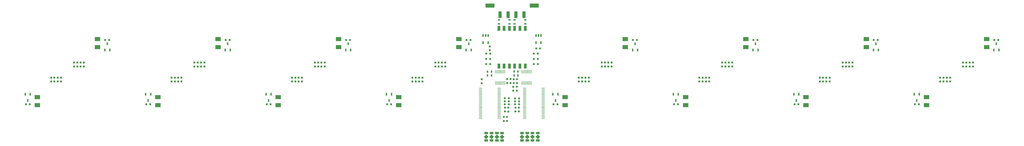
<source format=gtp>
G04*
G04 #@! TF.GenerationSoftware,Altium Limited,Altium Designer,19.0.15 (446)*
G04*
G04 Layer_Color=8421504*
%FSLAX25Y25*%
%MOIN*%
G70*
G01*
G75*
%ADD16R,0.03150X0.02953*%
%ADD17R,0.02953X0.03150*%
G04:AMPARAMS|DCode=18|XSize=31.5mil|YSize=55.12mil|CornerRadius=3.15mil|HoleSize=0mil|Usage=FLASHONLY|Rotation=90.000|XOffset=0mil|YOffset=0mil|HoleType=Round|Shape=RoundedRectangle|*
%AMROUNDEDRECTD18*
21,1,0.03150,0.04882,0,0,90.0*
21,1,0.02520,0.05512,0,0,90.0*
1,1,0.00630,0.02441,0.01260*
1,1,0.00630,0.02441,-0.01260*
1,1,0.00630,-0.02441,-0.01260*
1,1,0.00630,-0.02441,0.01260*
%
%ADD18ROUNDEDRECTD18*%
G04:AMPARAMS|DCode=19|XSize=51.18mil|YSize=51.18mil|CornerRadius=5.12mil|HoleSize=0mil|Usage=FLASHONLY|Rotation=135.000|XOffset=0mil|YOffset=0mil|HoleType=Round|Shape=RoundedRectangle|*
%AMROUNDEDRECTD19*
21,1,0.05118,0.04095,0,0,135.0*
21,1,0.04095,0.05118,0,0,135.0*
1,1,0.01024,0.00000,0.02895*
1,1,0.01024,0.02895,0.00000*
1,1,0.01024,0.00000,-0.02895*
1,1,0.01024,-0.02895,0.00000*
%
%ADD19ROUNDEDRECTD19*%
%ADD20R,0.01100X0.05500*%
%ADD21R,0.02362X0.03937*%
%ADD22R,0.04016X0.07480*%
%ADD23R,0.03543X0.01968*%
%ADD24R,0.05000X0.10000*%
%ADD25R,0.13504X0.06496*%
%ADD26R,0.07992X0.05984*%
%ADD27R,0.01968X0.03543*%
%ADD28O,0.04921X0.00984*%
D16*
X36024Y35433D02*
D03*
X41929D02*
D03*
X38386Y27559D02*
D03*
X32480D02*
D03*
X-38386Y11811D02*
D03*
X-32480D02*
D03*
X38386Y19685D02*
D03*
X32480D02*
D03*
X-38386D02*
D03*
X-32480D02*
D03*
X38386Y11811D02*
D03*
X32480D02*
D03*
X67815Y-48031D02*
D03*
X61910D02*
D03*
X606398D02*
D03*
X600492D02*
D03*
X247342D02*
D03*
X241437D02*
D03*
X426870D02*
D03*
X420965D02*
D03*
X539272Y48031D02*
D03*
X545177D02*
D03*
X359744D02*
D03*
X365650D02*
D03*
X180217D02*
D03*
X186122D02*
D03*
X718799D02*
D03*
X724705D02*
D03*
X-247342D02*
D03*
X-241437D02*
D03*
X-426870D02*
D03*
X-420965D02*
D03*
X-67815D02*
D03*
X-61910D02*
D03*
X-180217Y-48031D02*
D03*
X-186122D02*
D03*
X-359744D02*
D03*
X-365650D02*
D03*
X-539272D02*
D03*
X-545177D02*
D03*
X-606398Y48031D02*
D03*
X-600492D02*
D03*
X-718799Y-48031D02*
D03*
X-724705D02*
D03*
X4528D02*
D03*
X10433D02*
D03*
X-4921Y-38976D02*
D03*
X-10827D02*
D03*
X4528Y-39370D02*
D03*
X10433D02*
D03*
X-4921Y-48031D02*
D03*
X-10827D02*
D03*
X4528Y-43701D02*
D03*
X10433D02*
D03*
X-4921Y-43583D02*
D03*
X-10827D02*
D03*
X-32480Y27559D02*
D03*
X-38386D02*
D03*
D17*
X-33201Y32480D02*
D03*
Y38386D02*
D03*
X-45276Y-10827D02*
D03*
Y-16732D02*
D03*
X2412Y-16507D02*
D03*
Y-10602D02*
D03*
X7436D02*
D03*
Y-16507D02*
D03*
X-7169Y-16433D02*
D03*
Y-10528D02*
D03*
X-2333Y-10527D02*
D03*
Y-16432D02*
D03*
X-7480Y-73032D02*
D03*
Y-67126D02*
D03*
X114370Y-14173D02*
D03*
Y-8268D02*
D03*
X99606Y-14173D02*
D03*
Y-8268D02*
D03*
X109449Y-8268D02*
D03*
Y-14174D02*
D03*
X104528Y-14173D02*
D03*
Y-8268D02*
D03*
X652953Y-14173D02*
D03*
Y-8268D02*
D03*
X638189Y-14173D02*
D03*
Y-8268D02*
D03*
X648032Y-8268D02*
D03*
Y-14174D02*
D03*
X643110Y-14173D02*
D03*
Y-8268D02*
D03*
X293898Y-14173D02*
D03*
Y-8268D02*
D03*
X279134Y-14173D02*
D03*
Y-8268D02*
D03*
X288976Y-8268D02*
D03*
Y-14174D02*
D03*
X284055Y-14173D02*
D03*
Y-8268D02*
D03*
X473425Y-14173D02*
D03*
Y-8268D02*
D03*
X458661Y-14173D02*
D03*
Y-8268D02*
D03*
X468504Y-8268D02*
D03*
Y-14174D02*
D03*
X463583Y-14173D02*
D03*
Y-8268D02*
D03*
X492717Y14173D02*
D03*
Y8268D02*
D03*
X507480Y14173D02*
D03*
Y8268D02*
D03*
X497638Y8268D02*
D03*
Y14174D02*
D03*
X502559Y14173D02*
D03*
Y8268D02*
D03*
X313189Y14173D02*
D03*
Y8268D02*
D03*
X327953Y14173D02*
D03*
Y8268D02*
D03*
X318110Y8268D02*
D03*
Y14174D02*
D03*
X323031Y14173D02*
D03*
Y8268D02*
D03*
X133661Y14173D02*
D03*
Y8268D02*
D03*
X148425Y14173D02*
D03*
Y8268D02*
D03*
X138583Y8268D02*
D03*
Y14174D02*
D03*
X143504Y14173D02*
D03*
Y8268D02*
D03*
X672244Y14173D02*
D03*
Y8268D02*
D03*
X687008Y14173D02*
D03*
Y8268D02*
D03*
X677165Y8268D02*
D03*
Y14174D02*
D03*
X682087Y14173D02*
D03*
Y8268D02*
D03*
X-293898Y14173D02*
D03*
Y8268D02*
D03*
X-279134Y14173D02*
D03*
Y8268D02*
D03*
X-288976Y8268D02*
D03*
Y14174D02*
D03*
X-284055Y14173D02*
D03*
Y8268D02*
D03*
X-473425Y14173D02*
D03*
Y8268D02*
D03*
X-458661Y14173D02*
D03*
Y8268D02*
D03*
X-468504Y8268D02*
D03*
Y14174D02*
D03*
X-463583Y14173D02*
D03*
Y8268D02*
D03*
X-114370Y14173D02*
D03*
Y8268D02*
D03*
X-99606Y14173D02*
D03*
Y8268D02*
D03*
X-109449Y8268D02*
D03*
Y14174D02*
D03*
X-104528Y14173D02*
D03*
Y8268D02*
D03*
X-133661Y-14173D02*
D03*
Y-8268D02*
D03*
X-148425Y-14173D02*
D03*
Y-8268D02*
D03*
X-138583Y-8268D02*
D03*
Y-14174D02*
D03*
X-143504Y-14173D02*
D03*
Y-8268D02*
D03*
X-313189Y-14173D02*
D03*
Y-8268D02*
D03*
X-327953Y-14173D02*
D03*
Y-8268D02*
D03*
X-318110Y-8268D02*
D03*
Y-14174D02*
D03*
X-323031Y-14173D02*
D03*
Y-8268D02*
D03*
X-492717Y-14173D02*
D03*
Y-8268D02*
D03*
X-507480Y-14173D02*
D03*
Y-8268D02*
D03*
X-497638Y-8268D02*
D03*
Y-14174D02*
D03*
X-502559Y-14173D02*
D03*
Y-8268D02*
D03*
X-643110Y8268D02*
D03*
Y14173D02*
D03*
X-682087Y-8268D02*
D03*
Y-14173D02*
D03*
X-648032Y14174D02*
D03*
Y8268D02*
D03*
X-677165Y-14174D02*
D03*
Y-8268D02*
D03*
X1654Y-27795D02*
D03*
Y-21890D02*
D03*
X5118Y-52953D02*
D03*
Y-58858D02*
D03*
X-5512Y-59055D02*
D03*
Y-53150D02*
D03*
X-638189Y14173D02*
D03*
Y8268D02*
D03*
X-687008Y-14173D02*
D03*
Y-8268D02*
D03*
X10236Y-58858D02*
D03*
Y-52953D02*
D03*
X-10630D02*
D03*
Y-58858D02*
D03*
X-652953Y8268D02*
D03*
Y14173D02*
D03*
X-672244Y-8268D02*
D03*
Y-14173D02*
D03*
X7126Y-21811D02*
D03*
Y-27716D02*
D03*
X-12205Y-73032D02*
D03*
Y-67126D02*
D03*
D18*
X14764Y-91142D02*
D03*
Y-102165D02*
D03*
X-14764Y-91142D02*
D03*
Y-102165D02*
D03*
X22638Y-91142D02*
D03*
Y-102165D02*
D03*
X-22638Y-91142D02*
D03*
Y-102165D02*
D03*
X30512Y-91142D02*
D03*
Y-102165D02*
D03*
X-30512Y-91142D02*
D03*
Y-102165D02*
D03*
X38386Y-91142D02*
D03*
Y-102165D02*
D03*
X-38386Y-91142D02*
D03*
Y-102165D02*
D03*
D19*
X14764Y-96653D02*
D03*
X-14764D02*
D03*
X22638D02*
D03*
X-22638D02*
D03*
X30512D02*
D03*
X-30512D02*
D03*
X38386D02*
D03*
X-38386D02*
D03*
D20*
X-24611Y726D02*
D03*
X-22641D02*
D03*
X-20672D02*
D03*
X-18701D02*
D03*
X-16732D02*
D03*
X-14762D02*
D03*
X-12791D02*
D03*
X-10821D02*
D03*
Y-16474D02*
D03*
X-12791D02*
D03*
X-14762D02*
D03*
X-16732D02*
D03*
X-18701D02*
D03*
X-20672D02*
D03*
X-22641D02*
D03*
X-24611D02*
D03*
X14759D02*
D03*
X16728D02*
D03*
X18699D02*
D03*
X20669D02*
D03*
X22638D02*
D03*
X24609D02*
D03*
X26579D02*
D03*
X28548D02*
D03*
Y726D02*
D03*
X26579D02*
D03*
X24609D02*
D03*
X22638D02*
D03*
X20669D02*
D03*
X18699D02*
D03*
X16728D02*
D03*
X14759D02*
D03*
D21*
X43110Y54626D02*
D03*
X39370D02*
D03*
X35630D02*
D03*
Y43799D02*
D03*
X43110D02*
D03*
X-35630Y54626D02*
D03*
X-39370D02*
D03*
X-43110D02*
D03*
Y43799D02*
D03*
X-35630D02*
D03*
X718209Y32972D02*
D03*
X725689D02*
D03*
X721949Y42421D02*
D03*
X606988Y-32972D02*
D03*
X599508D02*
D03*
X603248Y-42421D02*
D03*
X538681Y32972D02*
D03*
X546161D02*
D03*
X542421Y42421D02*
D03*
X427461Y-32972D02*
D03*
X419980D02*
D03*
X423721Y-42421D02*
D03*
X359154Y32972D02*
D03*
X366634D02*
D03*
X362894Y42421D02*
D03*
X247933Y-32972D02*
D03*
X240453D02*
D03*
X244193Y-42421D02*
D03*
X179626Y32972D02*
D03*
X187106D02*
D03*
X183366Y42421D02*
D03*
X68405Y-32972D02*
D03*
X60925D02*
D03*
X64665Y-42421D02*
D03*
X-68405Y32972D02*
D03*
X-60925D02*
D03*
X-64665Y42421D02*
D03*
X-179626Y-32972D02*
D03*
X-187106D02*
D03*
X-183366Y-42421D02*
D03*
X-247933Y32972D02*
D03*
X-240453D02*
D03*
X-244193Y42421D02*
D03*
X-359154Y-32972D02*
D03*
X-366634D02*
D03*
X-362894Y-42421D02*
D03*
X-427461Y32972D02*
D03*
X-419980D02*
D03*
X-423721Y42421D02*
D03*
X-538681Y-32972D02*
D03*
X-546161D02*
D03*
X-542421Y-42421D02*
D03*
X-606988Y32972D02*
D03*
X-599508D02*
D03*
X-603248Y42421D02*
D03*
X-718209Y-32972D02*
D03*
X-725689D02*
D03*
X-721949Y-42421D02*
D03*
D22*
X-19685Y8950D02*
D03*
X-11811D02*
D03*
X-3937D02*
D03*
X3937D02*
D03*
X11811D02*
D03*
X19685D02*
D03*
X-19685Y65250D02*
D03*
X-11811D02*
D03*
X-3937D02*
D03*
X3937D02*
D03*
X11811D02*
D03*
X19685D02*
D03*
D23*
Y72047D02*
D03*
Y77953D02*
D03*
X3937Y72047D02*
D03*
Y77953D02*
D03*
X-3937Y72047D02*
D03*
Y77953D02*
D03*
X-19685Y72047D02*
D03*
Y77953D02*
D03*
D24*
X17717Y85709D02*
D03*
X5906D02*
D03*
X-5906D02*
D03*
X-17717D02*
D03*
D25*
X-33032Y99213D02*
D03*
X33032D02*
D03*
D26*
X707480Y37421D02*
D03*
Y49390D02*
D03*
X617717Y-37421D02*
D03*
Y-49390D02*
D03*
X527953Y37421D02*
D03*
Y49390D02*
D03*
X438189Y-37421D02*
D03*
Y-49390D02*
D03*
X348425Y37421D02*
D03*
Y49390D02*
D03*
X258661Y-37421D02*
D03*
Y-49390D02*
D03*
X168898Y37421D02*
D03*
Y49390D02*
D03*
X79134Y-37421D02*
D03*
Y-49390D02*
D03*
X-79134Y37421D02*
D03*
Y49390D02*
D03*
X-168898Y-37421D02*
D03*
Y-49390D02*
D03*
X-258661Y37421D02*
D03*
Y49390D02*
D03*
X-348425Y-37421D02*
D03*
Y-49390D02*
D03*
X-438189Y37421D02*
D03*
Y49390D02*
D03*
X-527953Y-37421D02*
D03*
Y-49390D02*
D03*
X-617717Y37421D02*
D03*
Y49390D02*
D03*
X-707480Y-37421D02*
D03*
Y-49390D02*
D03*
D27*
X8859Y-4921D02*
D03*
X2953D02*
D03*
X2953Y984D02*
D03*
X8858D02*
D03*
X-36417Y-4921D02*
D03*
X-30512D02*
D03*
X-30512Y726D02*
D03*
X-36417D02*
D03*
D28*
X46457Y-69291D02*
D03*
Y-67323D02*
D03*
Y-65354D02*
D03*
Y-63386D02*
D03*
Y-61417D02*
D03*
Y-59449D02*
D03*
Y-57480D02*
D03*
Y-55512D02*
D03*
Y-53543D02*
D03*
Y-51575D02*
D03*
Y-49606D02*
D03*
Y-47638D02*
D03*
Y-45669D02*
D03*
Y-43701D02*
D03*
Y-41732D02*
D03*
Y-39764D02*
D03*
Y-37795D02*
D03*
Y-35827D02*
D03*
Y-33858D02*
D03*
Y-31890D02*
D03*
Y-29921D02*
D03*
Y-27953D02*
D03*
Y-25984D02*
D03*
Y-24016D02*
D03*
X18898Y-69291D02*
D03*
Y-67323D02*
D03*
Y-65354D02*
D03*
Y-63386D02*
D03*
Y-61417D02*
D03*
Y-59449D02*
D03*
Y-57480D02*
D03*
Y-55512D02*
D03*
Y-53543D02*
D03*
Y-51575D02*
D03*
Y-49606D02*
D03*
Y-47638D02*
D03*
Y-45669D02*
D03*
Y-43701D02*
D03*
Y-41732D02*
D03*
Y-39764D02*
D03*
Y-37795D02*
D03*
Y-35827D02*
D03*
Y-33858D02*
D03*
Y-31890D02*
D03*
Y-29921D02*
D03*
Y-27953D02*
D03*
Y-25984D02*
D03*
Y-24016D02*
D03*
X-46850Y-24016D02*
D03*
Y-25984D02*
D03*
Y-27953D02*
D03*
Y-29921D02*
D03*
Y-31890D02*
D03*
Y-33858D02*
D03*
Y-35827D02*
D03*
Y-37795D02*
D03*
Y-39764D02*
D03*
Y-41732D02*
D03*
Y-43701D02*
D03*
Y-45669D02*
D03*
Y-47638D02*
D03*
Y-49606D02*
D03*
Y-51575D02*
D03*
Y-53543D02*
D03*
Y-55512D02*
D03*
Y-57480D02*
D03*
Y-59449D02*
D03*
Y-61417D02*
D03*
Y-63386D02*
D03*
Y-65354D02*
D03*
Y-67323D02*
D03*
Y-69291D02*
D03*
X-19291Y-24016D02*
D03*
Y-25984D02*
D03*
Y-27953D02*
D03*
Y-29921D02*
D03*
Y-31890D02*
D03*
Y-33858D02*
D03*
Y-35827D02*
D03*
Y-37795D02*
D03*
Y-39764D02*
D03*
Y-41732D02*
D03*
Y-43701D02*
D03*
Y-45669D02*
D03*
Y-47638D02*
D03*
Y-49606D02*
D03*
Y-51575D02*
D03*
Y-53543D02*
D03*
Y-55512D02*
D03*
Y-57480D02*
D03*
Y-59449D02*
D03*
Y-61417D02*
D03*
Y-63386D02*
D03*
Y-65354D02*
D03*
Y-67323D02*
D03*
Y-69291D02*
D03*
M02*

</source>
